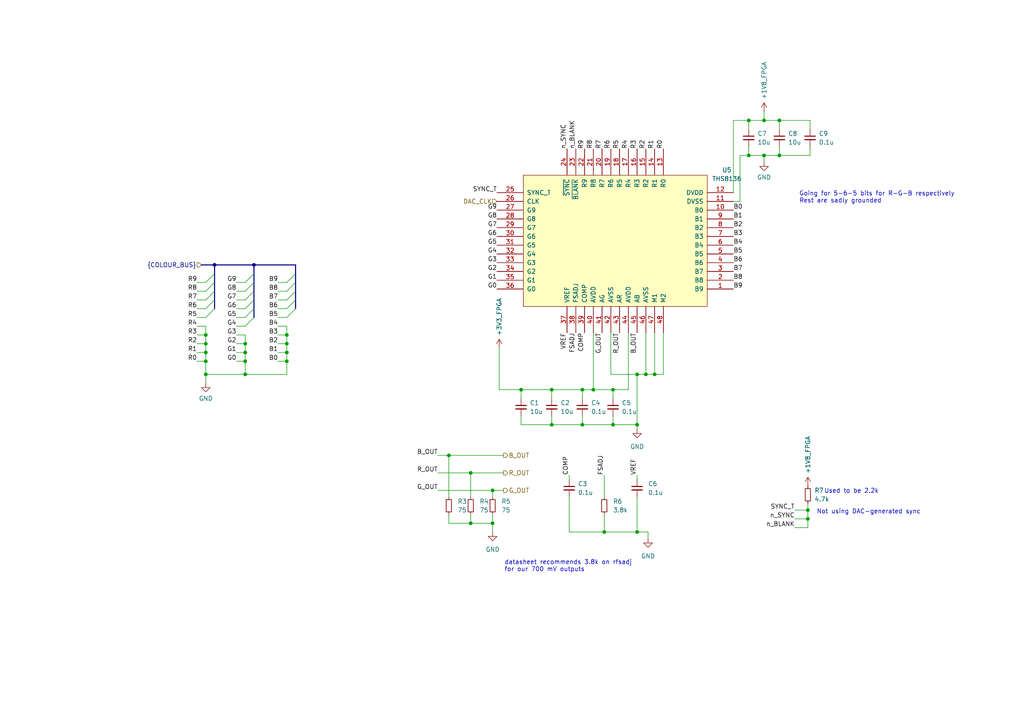
<source format=kicad_sch>
(kicad_sch (version 20211123) (generator eeschema)
  (paper "A4")
  (title_block (title "VGA Centrifuge") (date "2022-10-03") (rev "R3") (comment 1 "Author: Paolo Celati") (comment 2 "VGA DAC"))
  (lib_symbols
    (symbol "Device:C_Small" (pin_numbers hide) (pin_names (offset 0.254) hide)
      (property "Reference" "C" (at 0.254 1.778 0))
      (property "Value" "C_Small" (at 0.254 -2.032 0))
      (symbol "C_Small_0_1"
        (polyline (pts (xy -1.524 -0.508) (xy 1.524 -0.508)) (stroke (width 0.3302)))
        (polyline (pts (xy -1.524 0.508) (xy 1.524 0.508)) (stroke (width 0.3048)))
      )
      (symbol "C_Small_1_1"
        (pin passive line (at 0 2.54 270) (length 2.032) (name "~") (number "1"))
        (pin passive line (at 0 -2.54 90) (length 2.032) (name "~") (number "2"))
      )
    )
    (symbol "Device:R_Small" (pin_numbers hide) (pin_names (offset 0.254) hide)
      (property "Reference" "R" (at 0.762 0.508 0))
      (property "Value" "R_Small" (at 0.762 -1.016 0))
      (symbol "R_Small_0_1"
        (rectangle (start -0.762 1.778) (end 0.762 -1.778) (stroke (width 0.2032)))
      )
      (symbol "R_Small_1_1"
        (pin passive line (at 0 2.54 270) (length 0.762) (name "~") (number "1"))
        (pin passive line (at 0 -2.54 90) (length 0.762) (name "~") (number "2"))
      )
    )
    (symbol "centrifuge_symbols:+1V8_FPGA" (power) (pin_names (offset 0))
      (property "Value" "+1V8_FPGA" (at 0 3.556 90))
      (symbol "+1V8_FPGA_0_1"
        (polyline (pts (xy -0.762 1.27) (xy 0 2.54)))
        (polyline (pts (xy 0 0) (xy 0 2.54)))
        (polyline (pts (xy 0 2.54) (xy 0.762 1.27)))
      )
      (symbol "+1V8_FPGA_1_1"
        (pin power_in line (at 0 0 90) (length 0) hide (name "+1V8_FPGA") (number "1"))
      )
    )
    (symbol "centrifuge_symbols:+3V3_FPGA" (power) (pin_names (offset 0))
      (property "Value" "+3V3_FPGA" (at 0 3.556 90))
      (symbol "+3V3_FPGA_0_1"
        (polyline (pts (xy -0.762 1.27) (xy 0 2.54)))
        (polyline (pts (xy 0 0) (xy 0 2.54)))
        (polyline (pts (xy 0 2.54) (xy 0.762 1.27)))
      )
      (symbol "+3V3_FPGA_1_1"
        (pin power_in line (at 0 0 90) (length 0) hide (name "+3V3_FPGA") (number "1"))
      )
    )
    (symbol "centrifuge_symbols:THS8136" (pin_names (offset 1.016))
      (property "Reference" "U5" (at -32.385 -20.5488 0))
      (property "Value" "THS8136" (at -32.385 -18.0088 0))
      (symbol "THS8136_0_0"
        (pin power_in line (at -8.89 26.67 270) (length 2.54) hide (name "THERMAL") (number "49"))
      )
      (symbol "THS8136_1_0"
        (rectangle (start -26.67 -19.05) (end 26.67 19.05) (fill (type background)))
      )
      (symbol "THS8136_1_1"
        (pin input line (at -34.29 13.97 0) (length 7.62) (name "B9") (number "1"))
        (pin input line (at -34.29 -8.89 0) (length 7.62) (name "B0") (number "10"))
        (pin power_in line (at -34.29 -11.43 0) (length 7.62) (name "DVSS") (number "11"))
        (pin power_in line (at -34.29 -13.97 0) (length 7.62) (name "DVDD") (number "12"))
        (pin input line (at -13.97 -26.67 90) (length 7.62) (name "R0") (number "13"))
        (pin input line (at -11.43 -26.67 90) (length 7.62) (name "R1") (number "14"))
        (pin input line (at -8.89 -26.67 90) (length 7.62) (name "R2") (number "15"))
        (pin input line (at -6.35 -26.67 90) (length 7.62) (name "R3") (number "16"))
        (pin input line (at -3.81 -26.67 90) (length 7.62) (name "R4") (number "17"))
        (pin input line (at -1.27 -26.67 90) (length 7.62) (name "R5") (number "18"))
        (pin input line (at 1.27 -26.67 90) (length 7.62) (name "R6") (number "19"))
        (pin input line (at -34.29 11.43 0) (length 7.62) (name "B8") (number "2"))
        (pin input line (at 3.81 -26.67 90) (length 7.62) (name "R7") (number "20"))
        (pin input line (at 6.35 -26.67 90) (length 7.62) (name "R8") (number "21"))
        (pin input line (at 8.89 -26.67 90) (length 7.62) (name "R9") (number "22"))
        (pin input line (at 11.43 -26.67 90) (length 7.62) (name "~{BLANK}") (number "23"))
        (pin input line (at 13.97 -26.67 90) (length 7.62) (name "~{SYNC}") (number "24"))
        (pin input line (at 34.29 -13.97 180) (length 7.62) (name "SYNC_T") (number "25"))
        (pin input line (at 34.29 -11.43 180) (length 7.62) (name "CLK") (number "26"))
        (pin input line (at 34.29 -8.89 180) (length 7.62) (name "G9") (number "27"))
        (pin input line (at 34.29 -6.35 180) (length 7.62) (name "G8") (number "28"))
        (pin input line (at 34.29 -3.81 180) (length 7.62) (name "G7") (number "29"))
        (pin input line (at -34.29 8.89 0) (length 7.62) (name "B7") (number "3"))
        (pin input line (at 34.29 -1.27 180) (length 7.62) (name "G6") (number "30"))
        (pin input line (at 34.29 1.27 180) (length 7.62) (name "G5") (number "31"))
        (pin input line (at 34.29 3.81 180) (length 7.62) (name "G4") (number "32"))
        (pin input line (at 34.29 6.35 180) (length 7.62) (name "G3") (number "33"))
        (pin input line (at 34.29 8.89 180) (length 7.62) (name "G2") (number "34"))
        (pin input line (at 34.29 11.43 180) (length 7.62) (name "G1") (number "35"))
        (pin input line (at 34.29 13.97 180) (length 7.62) (name "G0") (number "36"))
        (pin output line (at 13.97 26.67 270) (length 7.62) (name "VREF") (number "37"))
        (pin passive line (at 11.43 26.67 270) (length 7.62) (name "FSADJ") (number "38"))
        (pin output line (at 8.89 26.67 270) (length 7.62) (name "COMP") (number "39"))
        (pin input line (at -34.29 6.35 0) (length 7.62) (name "B6") (number "4"))
        (pin power_in line (at 6.35 26.67 270) (length 7.62) (name "AVDD") (number "40"))
        (pin output line (at 3.81 26.67 270) (length 7.62) (name "AG") (number "41"))
        (pin power_in line (at 1.27 26.67 270) (length 7.62) (name "AVSS") (number "42"))
        (pin output line (at -1.27 26.67 270) (length 7.62) (name "AR") (number "43"))
        (pin power_in line (at -3.81 26.67 270) (length 7.62) (name "AVDD") (number "44"))
        (pin output line (at -6.35 26.67 270) (length 7.62) (name "AB") (number "45"))
        (pin power_in line (at -8.89 26.67 270) (length 7.62) (name "AVSS") (number "46"))
        (pin input line (at -11.43 26.67 270) (length 7.62) (name "M1") (number "47"))
        (pin input line (at -13.97 26.67 270) (length 7.62) (name "M2") (number "48"))
        (pin input line (at -34.29 3.81 0) (length 7.62) (name "B5") (number "5"))
        (pin input line (at -34.29 1.27 0) (length 7.62) (name "B4") (number "6"))
        (pin input line (at -34.29 -1.27 0) (length 7.62) (name "B3") (number "7"))
        (pin input line (at -34.29 -3.81 0) (length 7.62) (name "B2") (number "8"))
        (pin input line (at -34.29 -6.35 0) (length 7.62) (name "B1") (number "9"))
      )
    )
    (symbol "power:GND" (power) (pin_names (offset 0))
      (property "Value" "GND" (at 0 -3.81 0))
      (symbol "GND_0_1"
        (polyline (pts (xy 0 0) (xy 0 -1.27) (xy 1.27 -1.27) (xy 0 -2.54) (xy -1.27 -1.27) (xy 0 -1.27)))
      )
      (symbol "GND_1_1"
        (pin power_in line (at 0 0 270) (length 0) hide (name "GND") (number "1"))
      )
    )
  )
  (junction (at 59.69 99.695))
  (junction (at 226.06 45.085))
  (junction (at 175.26 154.305))
  (junction (at 73.66 76.835))
  (junction (at 234.315 150.495))
  (junction (at 62.23 76.835))
  (junction (at 226.06 34.925))
  (junction (at 83.185 104.775))
  (junction (at 83.185 97.155))
  (junction (at 142.875 151.765))
  (junction (at 71.12 99.695))
  (junction (at 221.615 34.925))
  (junction (at 59.69 104.775))
  (junction (at 177.8 123.19))
  (junction (at 184.785 108.585))
  (junction (at 217.17 34.925))
  (junction (at 136.525 151.765))
  (junction (at 234.315 147.955))
  (junction (at 59.69 97.155))
  (junction (at 130.175 132.08))
  (junction (at 189.865 108.585))
  (junction (at 142.875 142.24))
  (junction (at 59.69 102.235))
  (junction (at 221.615 45.085))
  (junction (at 172.085 113.03))
  (junction (at 71.12 102.235))
  (junction (at 71.12 104.775))
  (junction (at 177.8 113.03))
  (junction (at 187.325 108.585))
  (junction (at 168.91 113.03))
  (junction (at 168.91 123.19))
  (junction (at 71.12 108.585))
  (junction (at 184.785 154.305))
  (junction (at 217.17 45.085))
  (junction (at 160.02 113.03))
  (junction (at 184.785 123.19))
  (junction (at 83.185 102.235))
  (junction (at 83.185 99.695))
  (junction (at 160.02 123.19))
  (junction (at 59.69 108.585))
  (junction (at 136.525 137.16))
  (junction (at 151.13 113.03))
  (bus_entry (at 71.12 89.535) (size 2.54 -2.54))
  (bus_entry (at 59.69 81.915) (size 2.54 -2.54))
  (bus_entry (at 83.185 92.075) (size 2.54 -2.54))
  (bus_entry (at 71.12 92.075) (size 2.54 -2.54))
  (bus_entry (at 83.185 86.995) (size 2.54 -2.54))
  (bus_entry (at 71.12 84.455) (size 2.54 -2.54))
  (bus_entry (at 83.185 89.535) (size 2.54 -2.54))
  (bus_entry (at 83.185 81.915) (size 2.54 -2.54))
  (bus_entry (at 71.12 94.615) (size 2.54 -2.54))
  (bus_entry (at 59.69 92.075) (size 2.54 -2.54))
  (bus_entry (at 59.69 84.455) (size 2.54 -2.54))
  (bus_entry (at 59.69 86.995) (size 2.54 -2.54))
  (bus_entry (at 71.12 86.995) (size 2.54 -2.54))
  (bus_entry (at 71.12 81.915) (size 2.54 -2.54))
  (bus_entry (at 59.69 89.535) (size 2.54 -2.54))
  (bus_entry (at 83.185 84.455) (size 2.54 -2.54))
  (wire (pts (xy 142.875 151.765) (xy 142.875 154.305)))
  (bus (pts (xy 73.66 84.455) (xy 73.66 81.915)))
  (wire (pts (xy 184.785 108.585) (xy 184.785 123.19)))
  (wire (pts (xy 68.58 99.695) (xy 71.12 99.695)))
  (wire (pts (xy 127 137.16) (xy 136.525 137.16)))
  (wire (pts (xy 59.69 102.235) (xy 59.69 104.775)))
  (wire (pts (xy 136.525 151.765) (xy 130.175 151.765)))
  (wire (pts (xy 151.13 120.65) (xy 151.13 123.19)))
  (wire (pts (xy 136.525 149.225) (xy 136.525 151.765)))
  (wire (pts (xy 226.06 34.925) (xy 226.06 37.465)))
  (wire (pts (xy 130.175 132.08) (xy 130.175 144.145)))
  (wire (pts (xy 187.325 108.585) (xy 184.785 108.585)))
  (wire (pts (xy 57.15 99.695) (xy 59.69 99.695)))
  (wire (pts (xy 57.15 94.615) (xy 59.69 94.615)))
  (wire (pts (xy 57.15 92.075) (xy 59.69 92.075)))
  (wire (pts (xy 214.63 45.085) (xy 214.63 58.42)))
  (wire (pts (xy 192.405 96.52) (xy 192.405 108.585)))
  (wire (pts (xy 187.325 108.585) (xy 187.325 96.52)))
  (wire (pts (xy 142.875 149.225) (xy 142.875 151.765)))
  (wire (pts (xy 175.26 154.305) (xy 184.785 154.305)))
  (wire (pts (xy 234.95 42.545) (xy 234.95 45.085)))
  (wire (pts (xy 177.8 123.19) (xy 184.785 123.19)))
  (bus (pts (xy 85.725 84.455) (xy 85.725 81.915)))
  (wire (pts (xy 68.58 104.775) (xy 71.12 104.775)))
  (wire (pts (xy 142.875 151.765) (xy 136.525 151.765)))
  (wire (pts (xy 130.175 132.08) (xy 146.05 132.08)))
  (wire (pts (xy 142.875 142.24) (xy 142.875 144.145)))
  (wire (pts (xy 83.185 104.775) (xy 83.185 108.585)))
  (wire (pts (xy 80.645 84.455) (xy 83.185 84.455)))
  (wire (pts (xy 168.91 113.03) (xy 172.085 113.03)))
  (wire (pts (xy 221.615 34.925) (xy 226.06 34.925)))
  (wire (pts (xy 59.69 108.585) (xy 71.12 108.585)))
  (wire (pts (xy 59.69 99.695) (xy 59.69 102.235)))
  (wire (pts (xy 80.645 86.995) (xy 83.185 86.995)))
  (wire (pts (xy 217.17 34.925) (xy 217.17 37.465)))
  (wire (pts (xy 177.165 96.52) (xy 177.165 108.585)))
  (wire (pts (xy 57.15 97.155) (xy 59.69 97.155)))
  (wire (pts (xy 71.12 99.695) (xy 71.12 102.235)))
  (wire (pts (xy 165.1 154.305) (xy 175.26 154.305)))
  (wire (pts (xy 57.15 84.455) (xy 59.69 84.455)))
  (wire (pts (xy 226.06 45.085) (xy 234.95 45.085)))
  (wire (pts (xy 68.58 86.995) (xy 71.12 86.995)))
  (wire (pts (xy 160.02 123.19) (xy 168.91 123.19)))
  (wire (pts (xy 182.245 96.52) (xy 182.245 113.03)))
  (wire (pts (xy 68.58 81.915) (xy 71.12 81.915)))
  (wire (pts (xy 71.12 108.585) (xy 83.185 108.585)))
  (wire (pts (xy 71.12 102.235) (xy 71.12 104.775)))
  (wire (pts (xy 187.96 156.21) (xy 187.96 154.305)))
  (wire (pts (xy 80.645 102.235) (xy 83.185 102.235)))
  (wire (pts (xy 172.085 96.52) (xy 172.085 113.03)))
  (bus (pts (xy 73.66 86.995) (xy 73.66 84.455)))
  (wire (pts (xy 217.17 42.545) (xy 217.17 45.085)))
  (wire (pts (xy 136.525 137.16) (xy 146.05 137.16)))
  (wire (pts (xy 68.58 94.615) (xy 71.12 94.615)))
  (wire (pts (xy 59.69 108.585) (xy 59.69 111.125)))
  (bus (pts (xy 62.23 89.535) (xy 62.23 86.995)))
  (wire (pts (xy 71.12 97.155) (xy 71.12 99.695)))
  (wire (pts (xy 57.15 86.995) (xy 59.69 86.995)))
  (wire (pts (xy 168.91 123.19) (xy 177.8 123.19)))
  (wire (pts (xy 57.15 89.535) (xy 59.69 89.535)))
  (wire (pts (xy 234.315 146.05) (xy 234.315 147.955)))
  (wire (pts (xy 71.12 104.775) (xy 71.12 108.585)))
  (bus (pts (xy 62.23 86.995) (xy 62.23 84.455)))
  (bus (pts (xy 85.725 81.915) (xy 85.725 79.375)))
  (wire (pts (xy 165.1 139.065) (xy 165.1 137.795)))
  (wire (pts (xy 217.17 34.925) (xy 221.615 34.925)))
  (wire (pts (xy 151.13 123.19) (xy 160.02 123.19)))
  (wire (pts (xy 230.505 150.495) (xy 234.315 150.495)))
  (wire (pts (xy 83.185 97.155) (xy 83.185 99.695)))
  (wire (pts (xy 175.26 154.305) (xy 175.26 149.225)))
  (bus (pts (xy 73.66 89.535) (xy 73.66 86.995)))
  (wire (pts (xy 184.785 123.19) (xy 184.785 124.46)))
  (wire (pts (xy 68.58 102.235) (xy 71.12 102.235)))
  (wire (pts (xy 177.8 120.65) (xy 177.8 123.19)))
  (wire (pts (xy 80.645 92.075) (xy 83.185 92.075)))
  (wire (pts (xy 59.69 97.155) (xy 59.69 99.695)))
  (wire (pts (xy 168.91 120.65) (xy 168.91 123.19)))
  (wire (pts (xy 234.315 150.495) (xy 234.315 153.035)))
  (wire (pts (xy 177.8 113.03) (xy 172.085 113.03)))
  (wire (pts (xy 142.875 142.24) (xy 146.05 142.24)))
  (wire (pts (xy 68.58 97.155) (xy 71.12 97.155)))
  (wire (pts (xy 168.91 113.03) (xy 168.91 115.57)))
  (wire (pts (xy 151.13 113.03) (xy 160.02 113.03)))
  (wire (pts (xy 221.615 45.085) (xy 221.615 46.99)))
  (wire (pts (xy 182.245 113.03) (xy 177.8 113.03)))
  (bus (pts (xy 62.23 84.455) (xy 62.23 81.915)))
  (wire (pts (xy 68.58 84.455) (xy 71.12 84.455)))
  (wire (pts (xy 214.63 58.42) (xy 212.725 58.42)))
  (bus (pts (xy 85.725 86.995) (xy 85.725 84.455)))
  (wire (pts (xy 184.785 154.305) (xy 187.96 154.305)))
  (wire (pts (xy 160.02 120.65) (xy 160.02 123.19)))
  (wire (pts (xy 151.13 113.03) (xy 151.13 115.57)))
  (wire (pts (xy 57.15 102.235) (xy 59.69 102.235)))
  (wire (pts (xy 80.645 97.155) (xy 83.185 97.155)))
  (wire (pts (xy 192.405 108.585) (xy 189.865 108.585)))
  (wire (pts (xy 59.69 94.615) (xy 59.69 97.155)))
  (wire (pts (xy 230.505 147.955) (xy 234.315 147.955)))
  (wire (pts (xy 68.58 89.535) (xy 71.12 89.535)))
  (wire (pts (xy 189.865 108.585) (xy 187.325 108.585)))
  (wire (pts (xy 177.8 113.03) (xy 177.8 115.57)))
  (bus (pts (xy 85.725 89.535) (xy 85.725 86.995)))
  (wire (pts (xy 80.645 99.695) (xy 83.185 99.695)))
  (bus (pts (xy 73.66 79.375) (xy 73.66 76.835)))
  (bus (pts (xy 62.23 76.835) (xy 73.66 76.835)))
  (wire (pts (xy 144.78 113.03) (xy 151.13 113.03)))
  (wire (pts (xy 177.165 108.585) (xy 184.785 108.585)))
  (bus (pts (xy 73.66 81.915) (xy 73.66 79.375)))
  (wire (pts (xy 221.615 45.085) (xy 226.06 45.085)))
  (wire (pts (xy 83.185 94.615) (xy 83.185 97.155)))
  (wire (pts (xy 136.525 137.16) (xy 136.525 144.145)))
  (wire (pts (xy 80.645 104.775) (xy 83.185 104.775)))
  (wire (pts (xy 80.645 81.915) (xy 83.185 81.915)))
  (bus (pts (xy 62.23 81.915) (xy 62.23 79.375)))
  (wire (pts (xy 189.865 96.52) (xy 189.865 108.585)))
  (wire (pts (xy 230.505 153.035) (xy 234.315 153.035)))
  (bus (pts (xy 62.23 79.375) (xy 62.23 76.835)))
  (wire (pts (xy 57.15 81.915) (xy 59.69 81.915)))
  (wire (pts (xy 234.95 34.925) (xy 234.95 37.465)))
  (wire (pts (xy 59.69 104.775) (xy 59.69 108.585)))
  (wire (pts (xy 160.02 113.03) (xy 168.91 113.03)))
  (wire (pts (xy 212.725 34.925) (xy 212.725 55.88)))
  (wire (pts (xy 184.785 139.065) (xy 184.785 137.795)))
  (bus (pts (xy 73.66 89.535) (xy 73.66 92.075)))
  (wire (pts (xy 175.26 144.145) (xy 175.26 137.795)))
  (wire (pts (xy 83.185 99.695) (xy 83.185 102.235)))
  (wire (pts (xy 68.58 92.075) (xy 71.12 92.075)))
  (wire (pts (xy 234.315 147.955) (xy 234.315 150.495)))
  (wire (pts (xy 214.63 45.085) (xy 217.17 45.085)))
  (wire (pts (xy 226.06 42.545) (xy 226.06 45.085)))
  (wire (pts (xy 221.615 32.385) (xy 221.615 34.925)))
  (wire (pts (xy 144.78 100.965) (xy 144.78 113.03)))
  (wire (pts (xy 217.17 45.085) (xy 221.615 45.085)))
  (wire (pts (xy 212.725 34.925) (xy 217.17 34.925)))
  (wire (pts (xy 184.785 154.305) (xy 184.785 144.145)))
  (wire (pts (xy 226.06 34.925) (xy 234.95 34.925)))
  (wire (pts (xy 57.15 104.775) (xy 59.69 104.775)))
  (wire (pts (xy 130.175 151.765) (xy 130.175 149.225)))
  (wire (pts (xy 83.185 102.235) (xy 83.185 104.775)))
  (wire (pts (xy 127 142.24) (xy 142.875 142.24)))
  (wire (pts (xy 80.645 89.535) (xy 83.185 89.535)))
  (bus (pts (xy 58.42 76.835) (xy 62.23 76.835)))
  (wire (pts (xy 127 132.08) (xy 130.175 132.08)))
  (bus (pts (xy 73.66 76.835) (xy 85.725 76.835)))
  (wire (pts (xy 165.1 154.305) (xy 165.1 144.145)))
  (wire (pts (xy 160.02 113.03) (xy 160.02 115.57)))
  (bus (pts (xy 85.725 79.375) (xy 85.725 76.835)))
  (wire (pts (xy 80.645 94.615) (xy 83.185 94.615)))
  (text "Used to be 2.2k" (at 239.014 143.256 0) (effects (font (size 1.27 1.27)) (justify left bottom)))
  (text "datasheet recommends 3.8k on rfsadj\nfor our 700 mV outputs" (at 146.304 165.989 0) (effects (font (size 1.27 1.27)) (justify left bottom)))
  (text "Going for 5-6-5 bits for R-G-B respectively\nRest are sadly grounded" (at 231.775 59.055 0) (effects (font (size 1.27 1.27)) (justify left bottom)))
  (text "Not using DAC-generated sync" (at 236.855 149.225 0) (effects (font (size 1.27 1.27)) (justify left bottom)))
  (label "G0" (at 144.145 83.82 180))
  (label "B9" (at 80.645 81.915 180))
  (label "n_SYNC" (at 230.505 150.495 180))
  (label "G8" (at 68.58 84.455 180))
  (label "B0" (at 80.645 104.775 180))
  (label "B_OUT" (at 127 132.08 180))
  (label "R_OUT" (at 179.705 96.52 270))
  (label "G0" (at 68.58 104.775 180))
  (label "R9" (at 169.545 43.18 90))
  (label "R_OUT" (at 127 137.16 180))
  (label "B5" (at 212.725 73.66 0))
  (label "B4" (at 80.645 94.615 180))
  (label "B1" (at 80.645 102.235 180))
  (label "SYNC_T" (at 230.505 147.955 180))
  (label "R5" (at 179.705 43.18 90))
  (label "B5" (at 80.645 92.075 180))
  (label "G9" (at 144.145 60.96 180))
  (label "G4" (at 144.145 73.66 180))
  (label "G7" (at 68.58 86.995 180))
  (label "R8" (at 57.15 84.455 180))
  (label "n_SYNC" (at 164.465 43.18 90))
  (label "COMP" (at 169.545 96.52 270))
  (label "G_OUT" (at 127 142.24 180))
  (label "R8" (at 172.085 43.18 90))
  (label "n_BLANK" (at 230.505 153.035 180))
  (label "R7" (at 57.15 86.995 180))
  (label "B4" (at 212.725 71.12 0))
  (label "B9" (at 212.725 83.82 0))
  (label "G6" (at 144.145 68.58 180))
  (label "B3" (at 80.645 97.155 180))
  (label "R2" (at 187.325 43.18 90))
  (label "G1" (at 68.58 102.235 180))
  (label "B7" (at 212.725 78.74 0))
  (label "R7" (at 174.625 43.18 90))
  (label "G4" (at 68.58 94.615 180))
  (label "R0" (at 57.15 104.775 180))
  (label "VREF" (at 164.465 96.52 270))
  (label "B7" (at 80.645 86.995 180))
  (label "G3" (at 144.145 76.2 180))
  (label "B8" (at 212.725 81.28 0))
  (label "R6" (at 177.165 43.18 90))
  (label "R9" (at 57.15 81.915 180))
  (label "G7" (at 144.145 66.04 180))
  (label "G9" (at 68.58 81.915 180))
  (label "R3" (at 57.15 97.155 180))
  (label "B6" (at 212.725 76.2 0))
  (label "B2" (at 80.645 99.695 180))
  (label "B2" (at 212.725 66.04 0))
  (label "R4" (at 182.245 43.18 90))
  (label "FSADJ" (at 175.26 137.795 90))
  (label "G_OUT" (at 174.625 96.52 270))
  (label "G2" (at 144.145 78.74 180))
  (label "B_OUT" (at 184.785 96.52 270))
  (label "R6" (at 57.15 89.535 180))
  (label "COMP" (at 165.1 137.795 90))
  (label "R3" (at 184.785 43.18 90))
  (label "R1" (at 57.15 102.235 180))
  (label "B3" (at 212.725 68.58 0))
  (label "R4" (at 57.15 94.615 180))
  (label "B0" (at 212.725 60.96 0))
  (label "G5" (at 144.145 71.12 180))
  (label "FSADJ" (at 167.005 96.52 270))
  (label "n_BLANK" (at 167.005 43.18 90))
  (label "B6" (at 80.645 89.535 180))
  (label "R0" (at 192.405 43.18 90))
  (label "SYNC_T" (at 144.145 55.88 180))
  (label "G6" (at 68.58 89.535 180))
  (label "G1" (at 144.145 81.28 180))
  (label "G3" (at 68.58 97.155 180))
  (label "VREF" (at 184.785 137.795 90))
  (label "G2" (at 68.58 99.695 180))
  (label "B1" (at 212.725 63.5 0))
  (label "R2" (at 57.15 99.695 180))
  (label "G8" (at 144.145 63.5 180))
  (label "B8" (at 80.645 84.455 180))
  (label "R1" (at 189.865 43.18 90))
  (label "R5" (at 57.15 92.075 180))
  (label "G5" (at 68.58 92.075 180))
  (hierarchical_label "{COLOUR_BUS}" (shape input) (at 58.42 76.835 180))
  (hierarchical_label "R_OUT" (shape output) (at 146.05 137.16 0))
  (hierarchical_label "B_OUT" (shape output) (at 146.05 132.08 0))
  (hierarchical_label "G_OUT" (shape output) (at 146.05 142.24 0))
  (hierarchical_label "DAC_CLK" (shape input) (at 144.145 58.42 180))
  (symbol (lib_id "centrifuge_symbols:+3V3_FPGA") (at 144.78 100.965 0) (unit 1)
    (property "Reference" "#PWR0132" (effects hide))
    (property "Value" "+3V3_FPGA" (at 144.78 97.409 90) (effects (justify left)))
  )
  (symbol (lib_id "Device:C_Small") (at 177.8 118.11 0) (unit 1)
    (property "Reference" "C5" (at 180.34 116.8462 0) (effects (justify left)))
    (property "Value" "0.1u" (at 180.34 119.3862 0) (effects (justify left)))
    (property "Footprint" "Capacitor_SMD:C_0805_2012Metric_Pad1.18x1.45mm_HandSolder" (effects hide))
    (property "Order Page" "https://no.mouser.com/ProductDetail/Samsung-Electro-Mechanics/CL21F104ZBANNNC?qs=sGAEpiMZZMsh%252B1woXyUXjxqcB7t9naYp2FQ5fpmTNBQ%3D" (effects hide))
  )
  (symbol (lib_id "Device:C_Small") (at 226.06 40.005 0) (unit 1)
    (property "Reference" "C8" (at 228.6 38.7412 0) (effects (justify left)))
    (property "Value" "10u" (at 228.6 41.2812 0) (effects (justify left)))
    (property "Footprint" "Capacitor_SMD:C_0805_2012Metric_Pad1.18x1.45mm_HandSolder" (effects hide))
    (property "Order Page" "https://no.mouser.com/ProductDetail/Samsung-Electro-Mechanics/CL21A106KOQNNNE?qs=sGAEpiMZZMsh%252B1woXyUXj7iNKXiFkBmwjufexzBEAvI%3D" (effects hide))
  )
  (symbol (lib_id "Device:C_Small") (at 168.91 118.11 0) (unit 1)
    (property "Reference" "C4" (at 171.45 116.8462 0) (effects (justify left)))
    (property "Value" "0.1u" (at 171.45 119.3862 0) (effects (justify left)))
    (property "Footprint" "Capacitor_SMD:C_0805_2012Metric_Pad1.18x1.45mm_HandSolder" (effects hide))
    (property "Order Page" "https://no.mouser.com/ProductDetail/Samsung-Electro-Mechanics/CL21F104ZBANNNC?qs=sGAEpiMZZMsh%252B1woXyUXjxqcB7t9naYp2FQ5fpmTNBQ%3D" (effects hide))
  )
  (symbol (lib_id "power:GND") (at 59.69 111.125 0) (unit 1)
    (property "Reference" "#PWR0216" (effects hide))
    (property "Value" "GND" (at 59.69 115.57 0))
  )
  (symbol (lib_id "power:GND") (at 221.615 46.99 0) (unit 1)
    (property "Reference" "#PWR0113" (effects hide))
    (property "Value" "GND" (at 221.615 51.435 0))
  )
  (symbol (lib_id "Device:R_Small") (at 234.315 143.51 0) (unit 1)
    (property "Reference" "R7" (at 236.22 142.2399 0) (effects (justify left)))
    (property "Value" "4.7k" (at 236.22 144.7799 0) (effects (justify left)))
    (property "Footprint" "Resistor_SMD:R_0805_2012Metric_Pad1.20x1.40mm_HandSolder" (effects hide))
    (property "Order Page" "https://no.mouser.com/ProductDetail/Vishay-Dale/CRCW08052K20FKEB?qs=sGAEpiMZZMtlubZbdhIBINvvmcV35a3LmL3hFYkil7g%3D" (effects hide))
  )
  (symbol (lib_id "centrifuge_symbols:THS8136") (at 178.435 69.85 180) (unit 1)
    (property "Reference" "U5" (at 210.82 49.3012 0))
    (property "Value" "THS8136" (at 210.82 51.8412 0))
    (property "Footprint" "Package_QFP:LQFP-48-1EP_7x7mm_P0.5mm_EP3.6x3.6mm" (effects hide))
    (property "Datasheet" "https://www.ti.com/lit/ds/symlink/ths8136.pdf" (effects hide))
  )
  (symbol (lib_id "Device:C_Small") (at 165.1 141.605 0) (unit 1)
    (property "Reference" "C3" (at 167.64 140.3412 0) (effects (justify left)))
    (property "Value" "0.1u" (at 167.64 142.8812 0) (effects (justify left)))
    (property "Footprint" "Capacitor_SMD:C_0805_2012Metric_Pad1.18x1.45mm_HandSolder" (effects hide))
    (property "Order Page" "https://no.mouser.com/ProductDetail/Samsung-Electro-Mechanics/CL21F104ZBANNNC?qs=sGAEpiMZZMsh%252B1woXyUXjxqcB7t9naYp2FQ5fpmTNBQ%3D" (effects hide))
  )
  (symbol (lib_id "centrifuge_symbols:+1V8_FPGA") (at 221.615 32.385 0) (unit 1)
    (property "Reference" "#PWR0112" (effects hide))
    (property "Value" "+1V8_FPGA" (at 221.615 28.829 90) (effects (justify left)))
  )
  (symbol (lib_id "Device:R_Small") (at 142.875 146.685 0) (unit 1)
    (property "Reference" "R5" (at 145.415 145.4149 0) (effects (justify left)))
    (property "Value" "75" (at 145.415 147.9549 0) (effects (justify left)))
    (property "Footprint" "Resistor_SMD:R_0805_2012Metric_Pad1.20x1.40mm_HandSolder" (effects hide))
    (property "Order Page" "https://no.mouser.com/ProductDetail/YAGEO/RC0805FR-0775RL?qs=sGAEpiMZZMtlubZbdhIBIDa%2FhYjOd3Y%252Bd6foRqflA8g%3D" (effects hide))
  )
  (symbol (lib_id "Device:R_Small") (at 175.26 146.685 0) (unit 1)
    (property "Reference" "R6" (at 177.8 145.4149 0) (effects (justify left)))
    (property "Value" "3.8k" (at 177.8 147.9549 0) (effects (justify left)))
    (property "Footprint" "Resistor_SMD:R_0805_2012Metric_Pad1.20x1.40mm_HandSolder" (effects hide))
    (property "Order Page" "https://no.mouser.com/ProductDetail/YAGEO/RC0805FR-073K83L?qs=sGAEpiMZZMtlubZbdhIBIJv49G1poxg9o6TOu1v2tWs%3D" (effects hide))
  )
  (symbol (lib_id "Device:C_Small") (at 184.785 141.605 0) (unit 1)
    (property "Reference" "C6" (at 187.96 140.3412 0) (effects (justify left)))
    (property "Value" "0.1u" (at 187.96 142.8812 0) (effects (justify left)))
    (property "Footprint" "Capacitor_SMD:C_0805_2012Metric_Pad1.18x1.45mm_HandSolder" (effects hide))
    (property "Order Page" "https://no.mouser.com/ProductDetail/Samsung-Electro-Mechanics/CL21F104ZBANNNC?qs=sGAEpiMZZMsh%252B1woXyUXjxqcB7t9naYp2FQ5fpmTNBQ%3D" (effects hide))
  )
  (symbol (lib_id "Device:C_Small") (at 151.13 118.11 0) (unit 1)
    (property "Reference" "C1" (at 153.67 116.8462 0) (effects (justify left)))
    (property "Value" "10u" (at 153.67 119.3862 0) (effects (justify left)))
    (property "Footprint" "Capacitor_SMD:C_0805_2012Metric_Pad1.18x1.45mm_HandSolder" (effects hide))
    (property "Order Page" "https://no.mouser.com/ProductDetail/Samsung-Electro-Mechanics/CL21A106KOQNNNE?qs=sGAEpiMZZMsh%252B1woXyUXj7iNKXiFkBmwjufexzBEAvI%3D" (effects hide))
  )
  (symbol (lib_id "Device:R_Small") (at 136.525 146.685 0) (unit 1)
    (property "Reference" "R4" (at 139.065 145.4149 0) (effects (justify left)))
    (property "Value" "75" (at 139.065 147.9549 0) (effects (justify left)))
    (property "Footprint" "Resistor_SMD:R_0805_2012Metric_Pad1.20x1.40mm_HandSolder" (effects hide))
    (property "Order Page" "https://no.mouser.com/ProductDetail/YAGEO/RC0805FR-0775RL?qs=sGAEpiMZZMtlubZbdhIBIDa%2FhYjOd3Y%252Bd6foRqflA8g%3D" (effects hide))
  )
  (symbol (lib_id "centrifuge_symbols:+1V8_FPGA") (at 234.315 140.97 0) (unit 1)
    (property "Reference" "#PWR0111" (effects hide))
    (property "Value" "+1V8_FPGA" (at 234.315 137.414 90) (effects (justify left)))
  )
  (symbol (lib_id "Device:C_Small") (at 234.95 40.005 0) (unit 1)
    (property "Reference" "C9" (at 237.49 38.7412 0) (effects (justify left)))
    (property "Value" "0.1u" (at 237.49 41.2812 0) (effects (justify left)))
    (property "Footprint" "Capacitor_SMD:C_0805_2012Metric_Pad1.18x1.45mm_HandSolder" (effects hide))
    (property "Order Page" "https://no.mouser.com/ProductDetail/Samsung-Electro-Mechanics/CL21F104ZBANNNC?qs=sGAEpiMZZMsh%252B1woXyUXjxqcB7t9naYp2FQ5fpmTNBQ%3D" (effects hide))
  )
  (symbol (lib_id "Device:C_Small") (at 160.02 118.11 0) (unit 1)
    (property "Reference" "C2" (at 162.56 116.8462 0) (effects (justify left)))
    (property "Value" "10u" (at 162.56 119.3862 0) (effects (justify left)))
    (property "Footprint" "Capacitor_SMD:C_0805_2012Metric_Pad1.18x1.45mm_HandSolder" (effects hide))
    (property "Order Page" "https://no.mouser.com/ProductDetail/Samsung-Electro-Mechanics/CL21A106KOQNNNE?qs=sGAEpiMZZMsh%252B1woXyUXj7iNKXiFkBmwjufexzBEAvI%3D" (effects hide))
  )
  (symbol (lib_id "Device:C_Small") (at 217.17 40.005 0) (unit 1)
    (property "Reference" "C7" (at 219.71 38.7412 0) (effects (justify left)))
    (property "Value" "10u" (at 219.71 41.2812 0) (effects (justify left)))
    (property "Footprint" "Capacitor_SMD:C_0805_2012Metric_Pad1.18x1.45mm_HandSolder" (effects hide))
    (property "Order Page" "https://no.mouser.com/ProductDetail/Samsung-Electro-Mechanics/CL21A106KOQNNNE?qs=sGAEpiMZZMsh%252B1woXyUXj7iNKXiFkBmwjufexzBEAvI%3D" (effects hide))
  )
  (symbol (lib_id "power:GND") (at 187.96 156.21 0) (unit 1)
    (property "Reference" "#PWR0108" (effects hide))
    (property "Value" "GND" (at 187.96 161.29 0))
  )
  (symbol (lib_id "power:GND") (at 142.875 154.305 0) (unit 1)
    (property "Reference" "#PWR0114" (effects hide))
    (property "Value" "GND" (at 142.875 159.385 0))
  )
  (symbol (lib_id "power:GND") (at 184.785 124.46 0) (unit 1)
    (property "Reference" "#PWR0110" (effects hide))
    (property "Value" "GND" (at 184.785 129.54 0))
  )
  (symbol (lib_id "Device:R_Small") (at 130.175 146.685 0) (unit 1)
    (property "Reference" "R3" (at 132.715 145.4149 0) (effects (justify left)))
    (property "Value" "75" (at 132.715 147.9549 0) (effects (justify left)))
    (property "Footprint" "Resistor_SMD:R_0805_2012Metric_Pad1.20x1.40mm_HandSolder" (effects hide))
    (property "Order Page" "https://no.mouser.com/ProductDetail/YAGEO/RC0805FR-0775RL?qs=sGAEpiMZZMtlubZbdhIBIDa%2FhYjOd3Y%252Bd6foRqflA8g%3D" (effects hide))
  )
)
</source>
